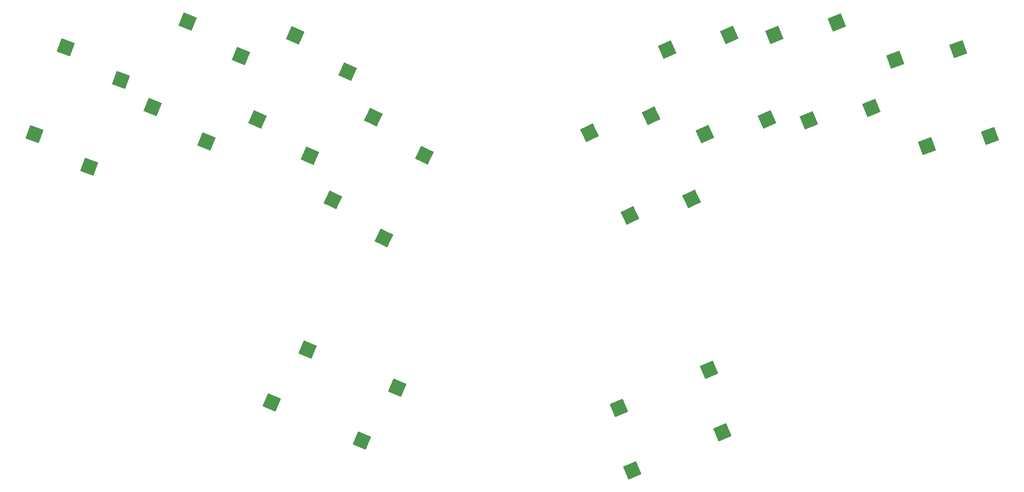
<source format=gbr>
%TF.GenerationSoftware,KiCad,Pcbnew,9.0.0*%
%TF.CreationDate,2025-02-21T22:06:12+01:00*%
%TF.ProjectId,chouchou_mini_choc,63686f75-6368-46f7-955f-6d696e695f63,v1.0.0*%
%TF.SameCoordinates,Original*%
%TF.FileFunction,Paste,Bot*%
%TF.FilePolarity,Positive*%
%FSLAX46Y46*%
G04 Gerber Fmt 4.6, Leading zero omitted, Abs format (unit mm)*
G04 Created by KiCad (PCBNEW 9.0.0) date 2025-02-21 22:06:12*
%MOMM*%
%LPD*%
G01*
G04 APERTURE LIST*
G04 Aperture macros list*
%AMRotRect*
0 Rectangle, with rotation*
0 The origin of the aperture is its center*
0 $1 length*
0 $2 width*
0 $3 Rotation angle, in degrees counterclockwise*
0 Add horizontal line*
21,1,$1,$2,0,0,$3*%
G04 Aperture macros list end*
%ADD10RotRect,2.600000X2.600000X22.000000*%
%ADD11RotRect,2.600000X2.600000X336.000000*%
%ADD12RotRect,2.600000X2.600000X67.000000*%
%ADD13RotRect,2.600000X2.600000X334.000000*%
%ADD14RotRect,2.600000X2.600000X20.000000*%
%ADD15RotRect,2.600000X2.600000X24.000000*%
%ADD16RotRect,2.600000X2.600000X26.000000*%
%ADD17RotRect,2.600000X2.600000X293.000000*%
%ADD18RotRect,2.600000X2.600000X340.000000*%
%ADD19RotRect,2.600000X2.600000X338.000000*%
G04 APERTURE END LIST*
D10*
%TO.C,S13*%
X178169464Y-127397893D03*
X189702572Y-125110991D03*
%TD*%
D11*
%TO.C,S6*%
X83553722Y-111684142D03*
X93210351Y-118391750D03*
%TD*%
%TO.C,S5*%
X76639222Y-127214442D03*
X86295851Y-133922050D03*
%TD*%
D12*
%TO.C,S9*%
X79299652Y-179376703D03*
X85837707Y-169604481D03*
%TD*%
D13*
%TO.C,S7*%
X90522458Y-142031610D03*
X99939113Y-149072144D03*
%TD*%
D14*
%TO.C,S11*%
X199904987Y-132131445D03*
X211510881Y-130248436D03*
%TD*%
D12*
%TO.C,S10*%
X95868652Y-186409903D03*
X102406707Y-176637681D03*
%TD*%
D15*
%TO.C,S16*%
X152082556Y-114348267D03*
X163528826Y-111660259D03*
%TD*%
D16*
%TO.C,S18*%
X137758141Y-129623441D03*
X149103629Y-126537601D03*
%TD*%
D13*
%TO.C,S8*%
X97974758Y-126752110D03*
X107391413Y-133792644D03*
%TD*%
D17*
%TO.C,S19*%
X159761159Y-173347395D03*
X162248993Y-184838836D03*
%TD*%
D14*
%TO.C,S12*%
X194090587Y-116156745D03*
X205696481Y-114273736D03*
%TD*%
D18*
%TO.C,S2*%
X41374427Y-113916513D03*
X51475432Y-119934169D03*
%TD*%
D16*
%TO.C,S17*%
X145210441Y-144902941D03*
X156555929Y-141817101D03*
%TD*%
D17*
%TO.C,S20*%
X143192059Y-180380595D03*
X145679893Y-191872036D03*
%TD*%
D19*
%TO.C,S3*%
X57377482Y-124944219D03*
X67262321Y-131310730D03*
%TD*%
D15*
%TO.C,S15*%
X158997056Y-129878567D03*
X170443326Y-127190559D03*
%TD*%
D19*
%TO.C,S4*%
X63745782Y-109182119D03*
X73630621Y-115548630D03*
%TD*%
D10*
%TO.C,S14*%
X171801164Y-111635793D03*
X183334272Y-109348891D03*
%TD*%
D18*
%TO.C,S1*%
X35560027Y-129891213D03*
X45661032Y-135908869D03*
%TD*%
M02*

</source>
